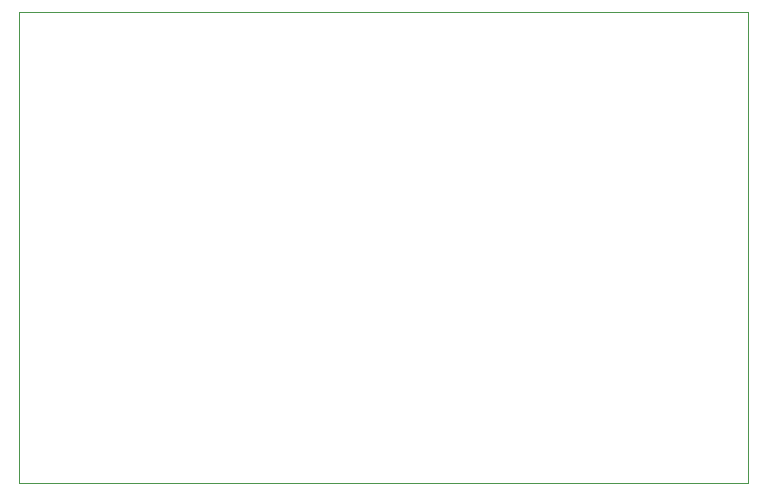
<source format=gbr>
G04 #@! TF.GenerationSoftware,KiCad,Pcbnew,(5.1.5)-3*
G04 #@! TF.CreationDate,2020-12-16T15:48:44+01:00*
G04 #@! TF.ProjectId,esc,6573632e-6b69-4636-9164-5f7063625858,rev?*
G04 #@! TF.SameCoordinates,Original*
G04 #@! TF.FileFunction,Profile,NP*
%FSLAX46Y46*%
G04 Gerber Fmt 4.6, Leading zero omitted, Abs format (unit mm)*
G04 Created by KiCad (PCBNEW (5.1.5)-3) date 2020-12-16 15:48:44*
%MOMM*%
%LPD*%
G04 APERTURE LIST*
%ADD10C,0.050000*%
G04 APERTURE END LIST*
D10*
X173228000Y-117602000D02*
X111506000Y-117602000D01*
X111506000Y-77724000D02*
X111506000Y-117602000D01*
X173228000Y-117602000D02*
X173228000Y-77724000D01*
X111506000Y-77724000D02*
X173228000Y-77724000D01*
M02*

</source>
